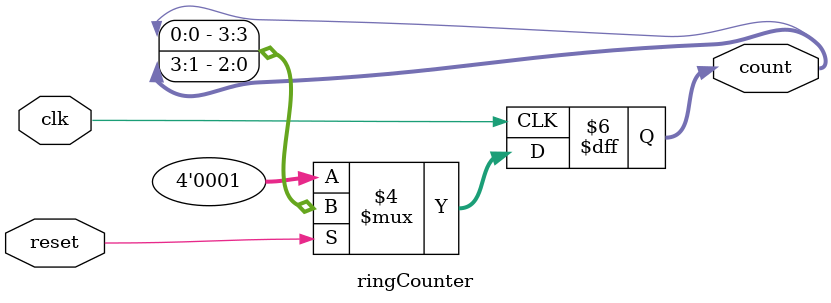
<source format=v>
module ringCounter(clk, reset, count);
	
	parameter WIDTH = 4;
	
	input  clk;
	input  reset;
	output reg [WIDTH - 1 : 0] count;
	
	always @(posedge clk) begin
		if(reset == 1'b0)
			count <= 4'd1;
		else
			count <= {count[0], count[WIDTH - 1 : 1]};
	end

endmodule
</source>
